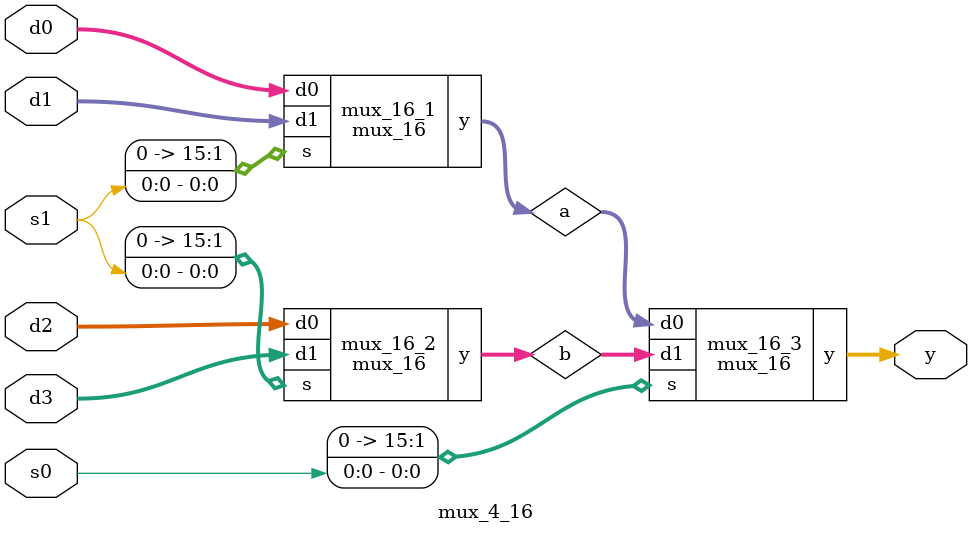
<source format=v>
module mux(y,s,d0,d1);
	input d0,d1,s;
	output y;
	wire t1,t2,sbar;
	nand(sbar,s,s);
	nand(t1,d1,s);
	nand(t2,d0,sbar);
	nand(y,t1,t2);
endmodule

module mux_16(y,s,d0,d1);
	input [15:0]s;
	input [15:0]d0,d1;
	output[15:0]y;
	mux mux_1[15:0](y,s,d0,d1);
endmodule

module mux_4_16(y,s0,s1,d0,d1,d2,d3);
	output [15:0]y;
	input s0,s1;
	input[15:0]d0,d1,d2,d3;
	wire[15:0]a,b;
	mux_16 mux_16_1(a,s1,d0,d1);
	mux_16 mux_16_2(b,s1,d2,d3);
	mux_16 mux_16_3(y,s0,a,b);
endmodule	

</source>
